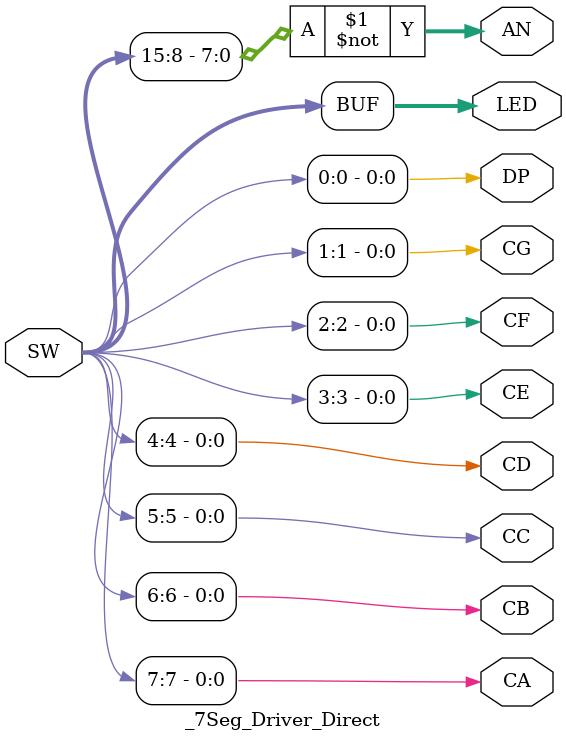
<source format=v>
`timescale 1ns / 1ps


module _7Seg_Driver_Direct(SW, CA, CB, CC, CD, CE, CF, CG, DP, AN, LED);
	input [15:0] SW;                          // 16Î»²¦¶¯¿ª¹Ø
	output CA, CB, CC, CD, CE, CF, CG, DP;    // 7¶ÎÊýÂë¹ÜÇý¶¯£¬µÍµçÆ½ÓÐÐ§
	output [7:0] AN;                          // 7¶ÎÊýÂë¹ÜÆ¬Ñ¡ÐÅºÅ£¬µÍµçÆ½ÓÐÐ§
	output [15:0] LED;                        // 16Î»LEDÏÔÊ¾£¬¸ßµçÆ½ÓÐÐ§
	
	assign {CA, CB, CC, CD, CE, CF, CG, DP} = SW[7:0];
    assign AN[7:0] = ~SW[15:8];
    assign LED[15:0] = SW[15:0];
endmodule

</source>
